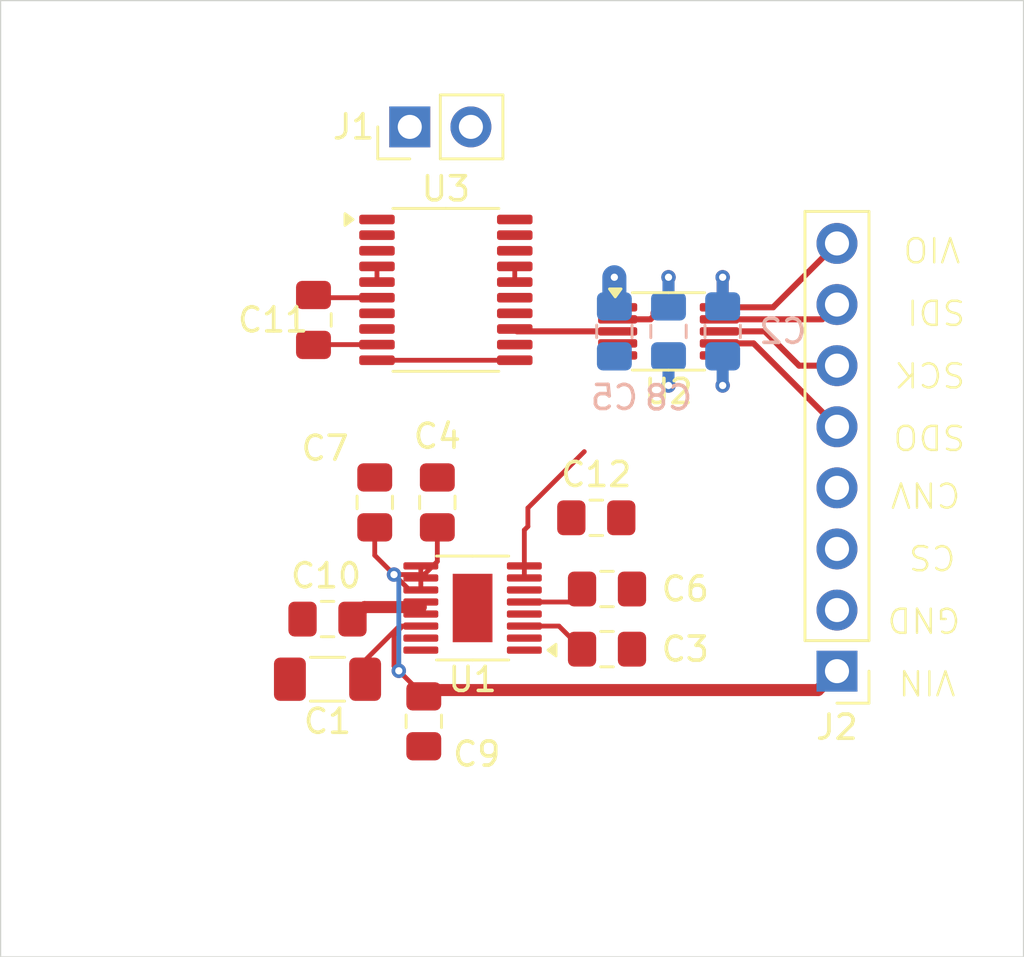
<source format=kicad_pcb>
(kicad_pcb (version 20240108) (generator "pcbnew") (generator_version "8.0")
  (layers (0 "F.Cu" signal) (31 "B.Cu" signal) (34 "B.Paste" user) (35 "F.Paste" user) (36 "B.SilkS" user "B.Silkscreen") (37 "F.SilkS" user "F.Silkscreen") (38 "B.Mask" user) (39 "F.Mask" user) (44 "Edge.Cuts" user))
  (net 0 "")
  (net 1 "GND")
  (net 2 "+5V")
  (net 3 "/VIO")
  (net 4 "/REF")
  (net 5 "/VIN")
  (net 6 "/CS-")
  (net 7 "/CS+")
  (net 8 "/SDO")
  (net 9 "/SCK")
  (net 10 "/CS")
  (net 11 "/CNV")
  (net 12 "/SDI")
  (net 13 "Net-(U3-IN-)")
  (net 14 "Net-(U3-REF1)")
  (net 15 "Net-(U3-IN+)")
  (net 18 "/BYPASS")
  (net 19 "/NR")
  (footprint "Connector_PinHeader_2.54mm:PinHeader_1x02_P2.54mm_Vertical" (layer "F.Cu") (at 120.25 49.25 90)
    (property "Reference" "J1" (at 0 -2.33 180) (layer "F.SilkS"))
    (property "Value" "CS connector")
    (fp_line (start -1.33 -1.33) (end 0 -1.33) (stroke (width 0.12)) (layer "F.SilkS"))
    (fp_line (start -1.33 0) (end -1.33 -1.33) (stroke (width 0.12)) (layer "F.SilkS"))
    (fp_line (start 1.33 1.27) (end 1.33 3.87) (stroke (width 0.12)) (layer "F.SilkS"))
    (fp_line (start -1.33 1.27) (end 1.33 1.27) (stroke (width 0.12)) (layer "F.SilkS"))
    (fp_line (start -1.33 1.27) (end -1.33 3.87) (stroke (width 0.12)) (layer "F.SilkS"))
    (fp_line (start -1.33 3.87) (end 1.33 3.87) (stroke (width 0.12)) (layer "F.SilkS"))
    (pad "1" thru_hole rect (at 0 0 90) (size 1.7 1.7) (drill 1) (layers "*.Cu" "*.Mask") (net 6 "/CS-"))
    (pad "2" thru_hole oval (at 0 2.54 90) (size 1.7 1.7) (drill 1) (layers "*.Cu" "*.Mask") (net 7 "/CS+"))
  )
  (footprint "Capacitor_SMD:C_0805_2012Metric_Pad1.18x1.45mm_HandSolder" (layer "F.Cu") (at 116.8325 69.71 180)
    (property "Reference" "C10" (at 0.0625 1.8 360) (layer "F.SilkS"))
    (property "Value" "1uF")
    (fp_line (start -0.261252 0.735) (end 0.261252 0.735) (stroke (width 0.12)) (layer "F.SilkS"))
    (fp_line (start -0.261252 -0.735) (end 0.261252 -0.735) (stroke (width 0.12)) (layer "F.SilkS"))
    (pad "1" smd roundrect (at -1.0375 0 180) (size 1.175 1.45) (layers "F.Cu" "F.Paste" "F.Mask") (roundrect_rratio 0.212766) (net 2 "+5V"))
    (pad "2" smd roundrect (at 1.0375 0 180) (size 1.175 1.45) (layers "F.Cu" "F.Paste" "F.Mask") (roundrect_rratio 0.212766) (net 1 "GND"))
  )
  (footprint "Capacitor_SMD:C_1206_3216Metric_Pad1.33x1.80mm_HandSolder" (layer "F.Cu") (at 116.8325 72.21 180)
    (property "Reference" "C1" (at 0 -1.75 360) (layer "F.SilkS"))
    (property "Value" "1uF")
    (fp_line (start -0.711252 0.91) (end 0.711252 0.91) (stroke (width 0.12)) (layer "F.SilkS"))
    (fp_line (start -0.711252 -0.91) (end 0.711252 -0.91) (stroke (width 0.12)) (layer "F.SilkS"))
    (pad "1" smd roundrect (at -1.5625 0 180) (size 1.325 1.8) (layers "F.Cu" "F.Paste" "F.Mask") (roundrect_rratio 0.188679) (net 5 "/VIN"))
    (pad "2" smd roundrect (at 1.5625 0 180) (size 1.325 1.8) (layers "F.Cu" "F.Paste" "F.Mask") (roundrect_rratio 0.188679) (net 1 "GND"))
  )
  (footprint "Capacitor_SMD:C_0805_2012Metric_Pad1.18x1.45mm_HandSolder" (layer "F.Cu") (at 116.25 57.275 90)
    (property "Reference" "C11" (at 0 -1.68 360) (layer "F.SilkS"))
    (property "Value" "100nF")
    (fp_line (start -0.261252 -0.735) (end 0.261252 -0.735) (stroke (width 0.12)) (layer "F.SilkS"))
    (fp_line (start -0.261252 0.735) (end 0.261252 0.735) (stroke (width 0.12)) (layer "F.SilkS"))
    (pad "1" smd roundrect (at -1.0375 0 90) (size 1.175 1.45) (layers "F.Cu" "F.Paste" "F.Mask") (roundrect_rratio 0.212766) (net 2 "+5V"))
    (pad "2" smd roundrect (at 1.0375 0 90) (size 1.175 1.45) (layers "F.Cu" "F.Paste" "F.Mask") (roundrect_rratio 0.212766) (net 1 "GND"))
  )
  (footprint "Package_SO:MSOP-10_3x3mm_P0.5mm" (layer "F.Cu") (at 131 57.75)
    (property "Reference" "U2" (at 0 2.5 360) (layer "F.SilkS"))
    (property "Value" "AD7685CRMZ")
    (fp_line (start 0 -1.61) (end -1.5 -1.61) (stroke (width 0.12)) (layer "F.SilkS"))
    (fp_line (start 0 -1.61) (end 1.5 -1.61) (stroke (width 0.12)) (layer "F.SilkS"))
    (fp_line (start 0 1.61) (end -1.5 1.61) (stroke (width 0.12)) (layer "F.SilkS"))
    (fp_line (start 0 1.61) (end 1.5 1.61) (stroke (width 0.12)) (layer "F.SilkS"))
    (fp_poly (pts (xy -2.2125 -1.435) (xy -2.4525 -1.765) (xy -1.9725 -1.765) (xy -2.2125 -1.435)) (stroke (width 0.12)) (fill solid) (layer "F.SilkS"))
    (pad "1" smd roundrect (at -2.1125 -1) (size 1.625 0.35) (layers "F.Cu" "F.Paste" "F.Mask") (net 4 "/REF"))
    (pad "2" smd roundrect (at -2.1125 -0.5) (size 1.625 0.35) (layers "F.Cu" "F.Paste" "F.Mask") (net 2 "+5V"))
    (pad "3" smd roundrect (at -2.1125 0) (size 1.625 0.35) (layers "F.Cu" "F.Paste" "F.Mask") (net 10 "/CS"))
    (pad "4" smd roundrect (at -2.1125 0.5) (size 1.625 0.35) (layers "F.Cu" "F.Paste" "F.Mask") (net 1 "GND"))
    (pad "5" smd roundrect (at -2.1125 1) (size 1.625 0.35) (layers "F.Cu" "F.Paste" "F.Mask") (net 1 "GND"))
    (pad "6" smd roundrect (at 2.1125 1) (size 1.625 0.35) (layers "F.Cu" "F.Paste" "F.Mask") (net 11 "/CNV"))
    (pad "7" smd roundrect (at 2.1125 0.5) (size 1.625 0.35) (layers "F.Cu" "F.Paste" "F.Mask") (net 8 "/SDO"))
    (pad "8" smd roundrect (at 2.1125 0) (size 1.625 0.35) (layers "F.Cu" "F.Paste" "F.Mask") (net 9 "/SCK"))
    (pad "9" smd roundrect (at 2.1125 -0.5) (size 1.625 0.35) (layers "F.Cu" "F.Paste" "F.Mask") (net 12 "/SDI"))
    (pad "10" smd roundrect (at 2.1125 -1) (size 1.625 0.35) (layers "F.Cu" "F.Paste" "F.Mask") (net 3 "/VIO"))
  )
  (footprint "Package_SO:TSSOP-20_4.4x6.5mm_P0.65mm" (layer "F.Cu") (at 121.75 56.025)
    (property "Reference" "U3" (at 0 -4.2 360) (layer "F.SilkS"))
    (property "Value" "INA253A3IPWR")
    (fp_line (start 0 -3.385) (end -2.2 -3.385) (stroke (width 0.12)) (layer "F.SilkS"))
    (fp_line (start 0 -3.385) (end 2.2 -3.385) (stroke (width 0.12)) (layer "F.SilkS"))
    (fp_line (start 0 3.385) (end -2.2 3.385) (stroke (width 0.12)) (layer "F.SilkS"))
    (fp_line (start 0 3.385) (end 2.2 3.385) (stroke (width 0.12)) (layer "F.SilkS"))
    (fp_poly (pts (xy -3.86 -2.925) (xy -4.19 -3.165) (xy -4.19 -2.685) (xy -3.86 -2.925)) (stroke (width 0.12)) (fill solid) (layer "F.SilkS"))
    (pad "1" smd roundrect (at -2.8625 -2.925) (size 1.475 0.4) (layers "F.Cu" "F.Paste" "F.Mask") (net 6 "/CS-"))
    (pad "2" smd roundrect (at -2.8625 -2.275) (size 1.475 0.4) (layers "F.Cu" "F.Paste" "F.Mask") (net 6 "/CS-"))
    (pad "3" smd roundrect (at -2.8625 -1.625) (size 1.475 0.4) (layers "F.Cu" "F.Paste" "F.Mask") (net 6 "/CS-"))
    (pad "4" smd roundrect (at -2.8625 -0.975) (size 1.475 0.4) (layers "F.Cu" "F.Paste" "F.Mask") (net 13 "Net-(U3-IN-)"))
    (pad "5" smd roundrect (at -2.8625 -0.325) (size 1.475 0.4) (layers "F.Cu" "F.Paste" "F.Mask") (net 13 "Net-(U3-IN-)"))
    (pad "6" smd roundrect (at -2.8625 0.325) (size 1.475 0.4) (layers "F.Cu" "F.Paste" "F.Mask") (net 1 "GND"))
    (pad "7" smd roundrect (at -2.8625 0.975) (size 1.475 0.4) (layers "F.Cu" "F.Paste" "F.Mask"))
    (pad "8" smd roundrect (at -2.8625 1.625) (size 1.475 0.4) (layers "F.Cu" "F.Paste" "F.Mask") (net 1 "GND"))
    (pad "9" smd roundrect (at -2.8625 2.275) (size 1.475 0.4) (layers "F.Cu" "F.Paste" "F.Mask") (net 2 "+5V"))
    (pad "10" smd roundrect (at -2.8625 2.925) (size 1.475 0.4) (layers "F.Cu" "F.Paste" "F.Mask") (net 14 "Net-(U3-REF1)"))
    (pad "11" smd roundrect (at 2.8625 2.925) (size 1.475 0.4) (layers "F.Cu" "F.Paste" "F.Mask") (net 14 "Net-(U3-REF1)"))
    (pad "12" smd roundrect (at 2.8625 2.275) (size 1.475 0.4) (layers "F.Cu" "F.Paste" "F.Mask") (net 1 "GND"))
    (pad "13" smd roundrect (at 2.8625 1.625) (size 1.475 0.4) (layers "F.Cu" "F.Paste" "F.Mask") (net 10 "/CS"))
    (pad "14" smd roundrect (at 2.8625 0.975) (size 1.475 0.4) (layers "F.Cu" "F.Paste" "F.Mask"))
    (pad "15" smd roundrect (at 2.8625 0.325) (size 1.475 0.4) (layers "F.Cu" "F.Paste" "F.Mask") (net 1 "GND"))
    (pad "16" smd roundrect (at 2.8625 -0.325) (size 1.475 0.4) (layers "F.Cu" "F.Paste" "F.Mask") (net 15 "Net-(U3-IN+)"))
    (pad "17" smd roundrect (at 2.8625 -0.975) (size 1.475 0.4) (layers "F.Cu" "F.Paste" "F.Mask") (net 15 "Net-(U3-IN+)"))
    (pad "18" smd roundrect (at 2.8625 -1.625) (size 1.475 0.4) (layers "F.Cu" "F.Paste" "F.Mask") (net 7 "/CS+"))
    (pad "19" smd roundrect (at 2.8625 -2.275) (size 1.475 0.4) (layers "F.Cu" "F.Paste" "F.Mask") (net 7 "/CS+"))
    (pad "20" smd roundrect (at 2.8625 -2.925) (size 1.475 0.4) (layers "F.Cu" "F.Paste" "F.Mask") (net 7 "/CS+"))
  )
  (footprint "Capacitor_SMD:C_0805_2012Metric_Pad1.18x1.45mm_HandSolder" (layer "F.Cu") (at 128.445 68.46)
    (property "Reference" "C6" (at 3.25 0 360) (layer "F.SilkS"))
    (property "Value" "1uF")
    (fp_line (start -0.261252 -0.735) (end 0.261252 -0.735) (stroke (width 0.12)) (layer "F.SilkS"))
    (fp_line (start -0.261252 0.735) (end 0.261252 0.735) (stroke (width 0.12)) (layer "F.SilkS"))
    (pad "1" smd roundrect (at -1.0375 0) (size 1.175 1.45) (layers "F.Cu" "F.Paste" "F.Mask") (roundrect_rratio 0.212766) (net 19 "/NR"))
    (pad "2" smd roundrect (at 1.0375 0) (size 1.175 1.45) (layers "F.Cu" "F.Paste" "F.Mask") (roundrect_rratio 0.212766) (net 1 "GND"))
  )
  (footprint "Package_SO:MSOP-16-1EP_3x4.039mm_P0.5mm_EP1.651x2.845mm" (layer "F.Cu") (at 122.86 69.25 180)
    (property "Reference" "U1" (at 0 -2.97 360) (layer "F.SilkS"))
    (property "Value" "LT6658AHMSE-5#PBF")
    (fp_line (start 0 2.16) (end 1.5 2.16) (stroke (width 0.12)) (layer "F.SilkS"))
    (fp_line (start 0 2.16) (end -1.5 2.16) (stroke (width 0.12)) (layer "F.SilkS"))
    (fp_line (start 0 -2.16) (end 1.5 -2.16) (stroke (width 0.12)) (layer "F.SilkS"))
    (fp_line (start 0 -2.16) (end -1.5 -2.16) (stroke (width 0.12)) (layer "F.SilkS"))
    (fp_poly (pts (xy -3.135 -1.75) (xy -3.465 -1.99) (xy -3.465 -1.51) (xy -3.135 -1.75)) (stroke (width 0.12)) (fill solid) (layer "F.SilkS"))
    (pad "1" smd roundrect (at -2.15 -1.75 180) (size 1.45 0.3) (layers "F.Cu" "F.Paste" "F.Mask") (net 1 "GND"))
    (pad "2" smd roundrect (at -2.15 -1.25 180) (size 1.45 0.3) (layers "F.Cu" "F.Paste" "F.Mask") (net 1 "GND"))
    (pad "3" smd roundrect (at -2.15 -0.75 180) (size 1.45 0.3) (layers "F.Cu" "F.Paste" "F.Mask") (net 18 "/BYPASS"))
    (pad "4" smd roundrect (at -2.15 -0.25 180) (size 1.45 0.3) (layers "F.Cu" "F.Paste" "F.Mask"))
    (pad "5" smd roundrect (at -2.15 0.25 180) (size 1.45 0.3) (layers "F.Cu" "F.Paste" "F.Mask") (net 19 "/NR"))
    (pad "6" smd roundrect (at -2.15 0.75 180) (size 1.45 0.3) (layers "F.Cu" "F.Paste" "F.Mask") (net 1 "GND"))
    (pad "7" smd roundrect (at -2.15 1.25 180) (size 1.45 0.3) (layers "F.Cu" "F.Paste" "F.Mask") (net 4 "/REF"))
    (pad "8" smd roundrect (at -2.15 1.75 180) (size 1.45 0.3) (layers "F.Cu" "F.Paste" "F.Mask") (net 4 "/REF"))
    (pad "9" smd roundrect (at 2.15 1.75 180) (size 1.45 0.3) (layers "F.Cu" "F.Paste" "F.Mask") (net 5 "/VIN"))
    (pad "10" smd roundrect (at 2.15 1.25 180) (size 1.45 0.3) (layers "F.Cu" "F.Paste" "F.Mask") (net 5 "/VIN"))
    (pad "11" smd roundrect (at 2.15 0.75 180) (size 1.45 0.3) (layers "F.Cu" "F.Paste" "F.Mask") (net 5 "/VIN"))
    (pad "12" smd roundrect (at 2.15 0.25 180) (size 1.45 0.3) (layers "F.Cu" "F.Paste" "F.Mask") (net 2 "+5V"))
    (pad "13" smd roundrect (at 2.15 -0.25 180) (size 1.45 0.3) (layers "F.Cu" "F.Paste" "F.Mask") (net 2 "+5V"))
    (pad "14" smd roundrect (at 2.15 -0.75 180) (size 1.45 0.3) (layers "F.Cu" "F.Paste" "F.Mask") (net 5 "/VIN"))
    (pad "15" smd roundrect (at 2.15 -1.25 180) (size 1.45 0.3) (layers "F.Cu" "F.Paste" "F.Mask"))
    (pad "16" smd roundrect (at 2.15 -1.75 180) (size 1.45 0.3) (layers "F.Cu" "F.Paste" "F.Mask"))
    (pad "17" smd rect (at 0 0 180) (size 1.651 2.845) (property pad_prop_heatsink) (layers "F.Cu" "F.Mask") (net 1 "GND"))
  )
  (footprint "Capacitor_SMD:C_0805_2012Metric_Pad1.18x1.45mm_HandSolder" (layer "F.Cu") (at 121.395 64.86 90)
    (property "Reference" "C4" (at 2.75 0 360) (layer "F.SilkS"))
    (property "Value" "100nF")
    (fp_line (start -0.261252 -0.735) (end 0.261252 -0.735) (stroke (width 0.12)) (layer "F.SilkS"))
    (fp_line (start -0.261252 0.735) (end 0.261252 0.735) (stroke (width 0.12)) (layer "F.SilkS"))
    (pad "1" smd roundrect (at -1.0375 0 90) (size 1.175 1.45) (layers "F.Cu" "F.Paste" "F.Mask") (roundrect_rratio 0.212766) (net 5 "/VIN"))
    (pad "2" smd roundrect (at 1.0375 0 90) (size 1.175 1.45) (layers "F.Cu" "F.Paste" "F.Mask") (roundrect_rratio 0.212766) (net 1 "GND"))
  )
  (footprint "Capacitor_SMD:C_0805_2012Metric_Pad1.18x1.45mm_HandSolder" (layer "F.Cu") (at 118.795 64.86 90)
    (property "Reference" "C7" (at 2.25 -2.0625 360) (layer "F.SilkS"))
    (property "Value" "100nF")
    (fp_line (start -0.261252 -0.735) (end 0.261252 -0.735) (stroke (width 0.12)) (layer "F.SilkS"))
    (fp_line (start -0.261252 0.735) (end 0.261252 0.735) (stroke (width 0.12)) (layer "F.SilkS"))
    (pad "1" smd roundrect (at -1.0375 0 90) (size 1.175 1.45) (layers "F.Cu" "F.Paste" "F.Mask") (roundrect_rratio 0.212766) (net 5 "/VIN"))
    (pad "2" smd roundrect (at 1.0375 0 90) (size 1.175 1.45) (layers "F.Cu" "F.Paste" "F.Mask") (roundrect_rratio 0.212766) (net 1 "GND"))
  )
  (footprint "Connector_PinHeader_2.54mm:PinHeader_1x08_P2.54mm_Vertical" (layer "F.Cu") (at 138 71.875 180)
    (property "Reference" "J2" (at 0 -2.33 360) (layer "F.SilkS"))
    (property "Value" "External connector")
    (fp_line (start 1.33 1.27) (end 1.33 19.11) (stroke (width 0.12)) (layer "F.SilkS"))
    (fp_line (start -1.33 19.11) (end 1.33 19.11) (stroke (width 0.12)) (layer "F.SilkS"))
    (fp_line (start -1.33 1.27) (end 1.33 1.27) (stroke (width 0.12)) (layer "F.SilkS"))
    (fp_line (start -1.33 1.27) (end -1.33 19.11) (stroke (width 0.12)) (layer "F.SilkS"))
    (fp_line (start -1.33 0) (end -1.33 -1.33) (stroke (width 0.12)) (layer "F.SilkS"))
    (fp_line (start -1.33 -1.33) (end 0 -1.33) (stroke (width 0.12)) (layer "F.SilkS"))
    (pad "1" thru_hole rect (at 0 0 180) (size 1.7 1.7) (drill 1) (layers "*.Cu" "*.Mask") (net 5 "/VIN"))
    (pad "2" thru_hole oval (at 0 2.54 180) (size 1.7 1.7) (drill 1) (layers "*.Cu" "*.Mask") (net 1 "GND"))
    (pad "3" thru_hole oval (at 0 5.08 180) (size 1.7 1.7) (drill 1) (layers "*.Cu" "*.Mask") (net 10 "/CS"))
    (pad "4" thru_hole oval (at 0 7.62 180) (size 1.7 1.7) (drill 1) (layers "*.Cu" "*.Mask") (net 11 "/CNV"))
    (pad "5" thru_hole oval (at 0 10.16 180) (size 1.7 1.7) (drill 1) (layers "*.Cu" "*.Mask") (net 8 "/SDO"))
    (pad "6" thru_hole oval (at 0 12.7 180) (size 1.7 1.7) (drill 1) (layers "*.Cu" "*.Mask") (net 9 "/SCK"))
    (pad "7" thru_hole oval (at 0 15.24 180) (size 1.7 1.7) (drill 1) (layers "*.Cu" "*.Mask") (net 12 "/SDI"))
    (pad "8" thru_hole oval (at 0 17.78 180) (size 1.7 1.7) (drill 1) (layers "*.Cu" "*.Mask") (net 3 "/VIO"))
  )
  (footprint "Capacitor_SMD:C_0805_2012Metric_Pad1.18x1.45mm_HandSolder" (layer "F.Cu") (at 120.8325 73.96 -90)
    (property "Reference" "C9" (at 1.3625 -2.2 360) (layer "F.SilkS"))
    (property "Value" "100nF")
    (fp_line (start -0.261252 0.735) (end 0.261252 0.735) (stroke (width 0.12)) (layer "F.SilkS"))
    (fp_line (start -0.261252 -0.735) (end 0.261252 -0.735) (stroke (width 0.12)) (layer "F.SilkS"))
    (pad "1" smd roundrect (at -1.0375 0 270) (size 1.175 1.45) (layers "F.Cu" "F.Paste" "F.Mask") (roundrect_rratio 0.212766) (net 5 "/VIN"))
    (pad "2" smd roundrect (at 1.0375 0 270) (size 1.175 1.45) (layers "F.Cu" "F.Paste" "F.Mask") (roundrect_rratio 0.212766) (net 1 "GND"))
  )
  (footprint "Capacitor_SMD:C_0805_2012Metric_Pad1.18x1.45mm_HandSolder" (layer "F.Cu") (at 128 65.5)
    (property "Reference" "C12" (at 0 -1.8 360) (layer "F.SilkS"))
    (property "Value" "1uF")
    (fp_line (start -0.261252 -0.735) (end 0.261252 -0.735) (stroke (width 0.12)) (layer "F.SilkS"))
    (fp_line (start -0.261252 0.735) (end 0.261252 0.735) (stroke (width 0.12)) (layer "F.SilkS"))
    (pad "1" smd roundrect (at -1.0375 0) (size 1.175 1.45) (layers "F.Cu" "F.Paste" "F.Mask") (roundrect_rratio 0.212766) (net 4 "/REF"))
    (pad "2" smd roundrect (at 1.0375 0) (size 1.175 1.45) (layers "F.Cu" "F.Paste" "F.Mask") (roundrect_rratio 0.212766) (net 1 "GND"))
  )
  (footprint "Capacitor_SMD:C_0805_2012Metric_Pad1.18x1.45mm_HandSolder" (layer "F.Cu") (at 128.445 70.96)
    (property "Reference" "C3" (at 3.25 0 360) (layer "F.SilkS"))
    (property "Value" "1uF")
    (fp_line (start -0.261252 -0.735) (end 0.261252 -0.735) (stroke (width 0.12)) (layer "F.SilkS"))
    (fp_line (start -0.261252 0.735) (end 0.261252 0.735) (stroke (width 0.12)) (layer "F.SilkS"))
    (pad "1" smd roundrect (at -1.0375 0) (size 1.175 1.45) (layers "F.Cu" "F.Paste" "F.Mask") (roundrect_rratio 0.212766) (net 18 "/BYPASS"))
    (pad "2" smd roundrect (at 1.0375 0) (size 1.175 1.45) (layers "F.Cu" "F.Paste" "F.Mask") (roundrect_rratio 0.212766) (net 1 "GND"))
  )
  (footprint "Capacitor_SMD:C_0805_2012Metric_Pad1.18x1.45mm_HandSolder" (layer "B.Cu") (at 133.25 57.75 -90)
    (property "Reference" "C2" (at 0 -2.5 360) (layer "B.SilkS") (effects (justify mirror)))
    (property "Value" "100nF")
    (fp_line (start 0.261252 0.735) (end -0.261252 0.735) (stroke (width 0.12)) (layer "B.SilkS"))
    (fp_line (start 0.261252 -0.735) (end -0.261252 -0.735) (stroke (width 0.12)) (layer "B.SilkS"))
    (pad "1" smd roundrect (at -1.0375 0 270) (size 1.175 1.45) (layers "B.Cu" "B.Paste" "B.Mask") (roundrect_rratio 0.212766) (net 3 "/VIO"))
    (pad "2" smd roundrect (at 1.0375 0 270) (size 1.175 1.45) (layers "B.Cu" "B.Paste" "B.Mask") (roundrect_rratio 0.212766) (net 1 "GND"))
  )
  (footprint "Capacitor_SMD:C_0805_2012Metric_Pad1.18x1.45mm_HandSolder" (layer "B.Cu") (at 131 57.75 -90)
    (property "Reference" "C8" (at 2.7625 0 360) (layer "B.SilkS") (effects (justify mirror)))
    (property "Value" "100nF")
    (fp_line (start 0.261252 0.735) (end -0.261252 0.735) (stroke (width 0.12)) (layer "B.SilkS"))
    (fp_line (start 0.261252 -0.735) (end -0.261252 -0.735) (stroke (width 0.12)) (layer "B.SilkS"))
    (pad "1" smd roundrect (at -1.0375 0 270) (size 1.175 1.45) (layers "B.Cu" "B.Paste" "B.Mask") (roundrect_rratio 0.212766) (net 2 "+5V"))
    (pad "2" smd roundrect (at 1.0375 0 270) (size 1.175 1.45) (layers "B.Cu" "B.Paste" "B.Mask") (roundrect_rratio 0.212766) (net 1 "GND"))
  )
  (footprint "Capacitor_SMD:C_0805_2012Metric_Pad1.18x1.45mm_HandSolder" (layer "B.Cu") (at 128.75 57.75 -90)
    (property "Reference" "C5" (at 2.75 0 360) (layer "B.SilkS") (effects (justify mirror)))
    (property "Value" "10uF")
    (fp_line (start 0.261252 0.735) (end -0.261252 0.735) (stroke (width 0.12)) (layer "B.SilkS"))
    (fp_line (start 0.261252 -0.735) (end -0.261252 -0.735) (stroke (width 0.12)) (layer "B.SilkS"))
    (pad "1" smd roundrect (at -1.0375 0 270) (size 1.175 1.45) (layers "B.Cu" "B.Paste" "B.Mask") (roundrect_rratio 0.212766) (net 4 "/REF"))
    (pad "2" smd roundrect (at 1.0375 0 270) (size 1.175 1.45) (layers "B.Cu" "B.Paste" "B.Mask") (roundrect_rratio 0.212766) (net 1 "GND"))
  )
  (gr_rect (start 103.25 44) (end 145.75 83.75) (stroke (width 0.05)) (fill none) (layer "Edge.Cuts"))
  (gr_text "GND" (at 143.2 69.15 180) (layer "F.SilkS") (effects (font (size 1 1) (thickness 0.1)) (justify left bottom)))
  (gr_text "SDO" (at 143.4 61.55 180) (layer "F.SilkS") (effects (font (size 1 1) (thickness 0.1)) (justify left bottom)))
  (gr_text "VIO" (at 143.2 53.75 180) (layer "F.SilkS") (effects (font (size 1 1) (thickness 0.1)) (justify left bottom)))
  (gr_text "SDI" (at 143.4 56.35 180) (layer "F.SilkS") (effects (font (size 1 1) (thickness 0.1)) (justify left bottom)))
  (gr_text "CS" (at 143 66.55 180) (layer "F.SilkS") (effects (font (size 1 1) (thickness 0.1)) (justify left bottom)))
  (gr_text "SCK" (at 143.4 58.95 180) (layer "F.SilkS") (effects (font (size 1 1) (thickness 0.1)) (justify left bottom)))
  (gr_text "VIN" (at 143 71.75 180) (layer "F.SilkS") (effects (font (size 1 1) (thickness 0.1)) (justify left bottom)))
  (gr_text "CNV" (at 143.2 63.95 180) (layer "F.SilkS") (effects (font (size 1 1) (thickness 0.1)) (justify left bottom)))
  (segment (start 118.8875 56.35) (end 116.3625 56.35) (width 0.2) (layer "F.Cu") (net 1))
  (via (at 131 60) (size 0.6) (drill 0.3) (layers "F.Cu" "B.Cu") (net 1))
  (via (at 133.25 60) (size 0.6) (drill 0.3) (layers "F.Cu" "B.Cu") (net 1))
  (segment (start 131 58.7875) (end 131 60) (width 0.5) (layer "B.Cu") (net 1))
  (segment (start 133.25 58.7875) (end 133.25 60) (width 0.5) (layer "B.Cu") (net 1))
  (segment (start 120.71 69.21) (end 120.71 69) (width 0.2) (layer "F.Cu") (net 2))
  (segment (start 128.8875 57.25) (end 130.25 57.25) (width 0.25) (layer "F.Cu") (net 2))
  (segment (start 130.25 57.25) (end 130.5 57) (width 0.25) (layer "F.Cu") (net 2))
  (segment (start 118.37 69.21) (end 120.71 69.21) (width 0.5) (layer "F.Cu") (net 2))
  (segment (start 120.71 69.5) (end 120.71 69.21) (width 0.2) (layer "F.Cu") (net 2))
  (segment (start 131 55.5) (end 131 56.5) (width 0.5) (layer "F.Cu") (net 2))
  (segment (start 118.8875 58.3) (end 116.2625 58.3) (width 0.2) (layer "F.Cu") (net 2))
  (segment (start 117.87 69.71) (end 118.37 69.21) (width 0.5) (layer "F.Cu") (net 2))
  (segment (start 131 56.5) (end 130.5 57) (width 0.5) (layer "F.Cu") (net 2))
  (via (at 131 55.5) (size 0.6) (drill 0.3) (layers "F.Cu" "B.Cu") (net 2))
  (segment (start 131 56.7125) (end 131 55.5) (width 0.5) (layer "B.Cu") (net 2))
  (segment (start 133.25 55.5) (end 133.25 56.6125) (width 0.5) (layer "F.Cu") (net 3))
  (segment (start 133.25 56.6125) (end 133.2375 56.625) (width 0.5) (layer "F.Cu") (net 3))
  (segment (start 133.2375 56.625) (end 133.1125 56.625) (width 0.5) (layer "F.Cu") (net 3))
  (segment (start 133.1125 56.75) (end 135.345 56.75) (width 0.25) (layer "F.Cu") (net 3))
  (segment (start 135.345 56.75) (end 138 54.095) (width 0.25) (layer "F.Cu") (net 3))
  (via (at 133.25 55.5) (size 0.6) (drill 0.3) (layers "F.Cu" "B.Cu") (net 3))
  (segment (start 133.25 56.7125) (end 133.25 55.5) (width 0.5) (layer "B.Cu") (net 3))
  (segment (start 128.75 56.6125) (end 128.75 55.5) (width 0.25) (layer "F.Cu") (net 4))
  (segment (start 125.01 67.5) (end 125.01 68) (width 0.2) (layer "F.Cu") (net 4))
  (segment (start 125.1575 65.0925) (end 127.5 62.75) (width 0.2) (layer "F.Cu") (net 4))
  (segment (start 125.01 66.0075) (end 125.1575 65.86) (width 0.2) (layer "F.Cu") (net 4))
  (segment (start 125.01 67.5) (end 125.01 66.0075) (width 0.2) (layer "F.Cu") (net 4))
  (segment (start 128.8875 56.75) (end 128.75 56.6125) (width 0.25) (layer "F.Cu") (net 4))
  (segment (start 125.1575 65.86) (end 125.1575 65.0925) (width 0.2) (layer "F.Cu") (net 4))
  (via (at 128.75 55.5) (size 0.6) (drill 0.3) (layers "F.Cu" "B.Cu") (net 4))
  (segment (start 128.75 56.7125) (end 128.75 55.5) (width 1) (layer "B.Cu") (net 4))
  (segment (start 119.595 71.66) (end 119.795 71.86) (width 0.2) (layer "F.Cu") (net 5))
  (segment (start 137.215 72.66) (end 120.595 72.66) (width 0.5) (layer "F.Cu") (net 5))
  (segment (start 119.8175 70) (end 120.71 70) (width 0.2) (layer "F.Cu") (net 5))
  (segment (start 120.71 70) (end 119.95259 70) (width 0.2) (layer "F.Cu") (net 5))
  (segment (start 118.795 67.06) (end 120.235 68.5) (width 0.2) (layer "F.Cu") (net 5))
  (segment (start 119.595 67.86) (end 120.57 67.86) (width 0.2) (layer "F.Cu") (net 5))
  (segment (start 119.595 70.35759) (end 119.595 71.66) (width 0.2) (layer "F.Cu") (net 5))
  (segment (start 138 71.875) (end 137.215 72.66) (width 0.5) (layer "F.Cu") (net 5))
  (segment (start 118.3575 71.46) (end 119.8175 70) (width 0.2) (layer "F.Cu") (net 5))
  (segment (start 120.595 72.66) (end 119.795 71.86) (width 0.2) (layer "F.Cu") (net 5))
  (segment (start 120.71 68.5) (end 120.71 68) (width 0.2) (layer "F.Cu") (net 5))
  (segment (start 120.57 67.86) (end 120.71 68) (width 0.2) (layer "F.Cu") (net 5))
  (segment (start 118.795 65.8975) (end 118.795 67.06) (width 0.2) (layer "F.Cu") (net 5))
  (segment (start 120.71 68) (end 120.71 67.5) (width 0.2) (layer "F.Cu") (net 5))
  (segment (start 120.235 68.5) (end 120.71 68.5) (width 0.2) (layer "F.Cu") (net 5))
  (segment (start 121.395 66.06) (end 121.395 67.315) (width 0.2) (layer "F.Cu") (net 5))
  (segment (start 121.395 67.315) (end 120.71 68) (width 0.2) (layer "F.Cu") (net 5))
  (segment (start 119.95259 70) (end 119.595 70.35759) (width 0.2) (layer "F.Cu") (net 5))
  (via (at 119.795 71.86) (size 0.6) (drill 0.3) (layers "F.Cu" "B.Cu") (net 5))
  (via (at 119.595 67.86) (size 0.6) (drill 0.3) (layers "F.Cu" "B.Cu") (net 5))
  (segment (start 119.795 71.86) (end 119.795 68.06) (width 0.2) (layer "B.Cu") (net 5))
  (segment (start 119.795 68.06) (end 119.595 67.86) (width 0.2) (layer "B.Cu") (net 5))
  (segment (start 133.1125 58.25) (end 134.535 58.25) (width 0.25) (layer "F.Cu") (net 8))
  (segment (start 134.535 58.25) (end 138 61.715) (width 0.25) (layer "F.Cu") (net 8))
  (segment (start 135 57.75) (end 136.425 59.175) (width 0.25) (layer "F.Cu") (net 9))
  (segment (start 136.425 59.175) (end 138 59.175) (width 0.25) (layer "F.Cu") (net 9))
  (segment (start 133.1125 57.75) (end 135 57.75) (width 0.25) (layer "F.Cu") (net 9))
  (segment (start 128.8875 57.75) (end 124.7125 57.75) (width 0.25) (layer "F.Cu") (net 10))
  (segment (start 124.7125 57.75) (end 124.6125 57.65) (width 0.25) (layer "F.Cu") (net 10))
  (segment (start 137.385 57.25) (end 138 56.635) (width 0.25) (layer "F.Cu") (net 12))
  (segment (start 133.1125 57.25) (end 137.385 57.25) (width 0.25) (layer "F.Cu") (net 12))
  (segment (start 118.8875 55.05) (end 118.8875 55.7) (width 0.2) (layer "F.Cu") (net 13))
  (segment (start 118.8875 58.95) (end 124.6125 58.95) (width 0.2) (layer "F.Cu") (net 14))
  (segment (start 124.6125 55.7) (end 124.6125 55.05) (width 0.2) (layer "F.Cu") (net 15))
  (segment (start 126.4475 70) (end 127.4075 70.96) (width 0.2) (layer "F.Cu") (net 18))
  (segment (start 125.01 70) (end 126.4475 70) (width 0.2) (layer "F.Cu") (net 18))
  (segment (start 125.01 69) (end 126.8675 69) (width 0.2) (layer "F.Cu") (net 19))
  (segment (start 126.8675 69) (end 127.4075 68.46) (width 0.2) (layer "F.Cu") (net 19))
)
</source>
